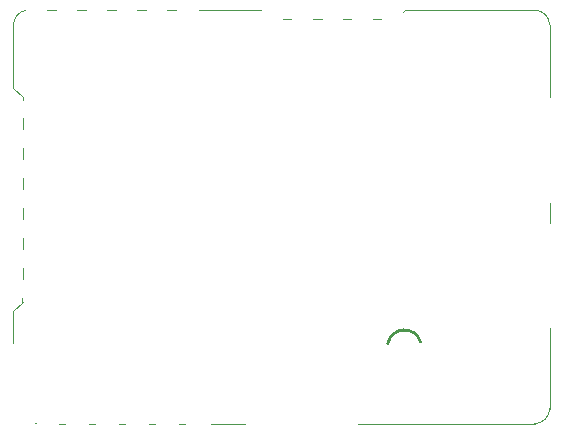
<source format=gko>
G04 Layer_Color=16711935*
%FSLAX44Y44*%
%MOMM*%
G71*
G01*
G75*
%ADD66C,0.2540*%
%ADD357C,0.0100*%
D66*
X2583159Y510940D02*
G03*
X2555457Y509640I-13695J-3974D01*
G01*
D357*
X2679954Y441960D02*
G03*
X2692400Y454660I-127J12573D01*
G01*
Y779526D02*
G03*
X2679954Y791972I-12446J0D01*
G01*
X2248787Y791783D02*
G03*
X2238502Y779526I2161J-12257D01*
G01*
X2257077Y442321D02*
G03*
X2257789Y442135I2379J7637D01*
G01*
X2529840Y441960D02*
X2679954D01*
X2405380D02*
X2434590D01*
X2692400Y612140D02*
Y628650D01*
Y718820D02*
Y779526D01*
Y454660D02*
Y523240D01*
X2466340Y784860D02*
X2473706D01*
X2491740D02*
X2499360D01*
X2517140D02*
X2524506D01*
X2266950Y791972D02*
X2274316D01*
X2292350D02*
X2299716D01*
X2317750D02*
X2325116D01*
X2343150D02*
X2350516D01*
X2368550D02*
X2375916D01*
X2395728D02*
X2447798D01*
X2277110Y441960D02*
X2282190D01*
X2302510D02*
X2307590D01*
X2327910D02*
X2332990D01*
X2353310D02*
X2358390D01*
X2378710D02*
X2383790D01*
X2569972Y791972D02*
X2679954D01*
X2542540Y784860D02*
X2549906D01*
X2568575Y790575D02*
X2569972Y791972D01*
X2238502Y726440D02*
X2246376Y718566D01*
X2238502Y726440D02*
Y779526D01*
Y536956D02*
X2246376Y544830D01*
Y716280D02*
Y718566D01*
Y691642D02*
Y700786D01*
Y666242D02*
Y675386D01*
Y640842D02*
Y649986D01*
Y615442D02*
Y624586D01*
Y590042D02*
Y599186D01*
Y564642D02*
Y573786D01*
X2246122Y544830D02*
Y547878D01*
X2238502Y510286D02*
Y536956D01*
M02*

</source>
